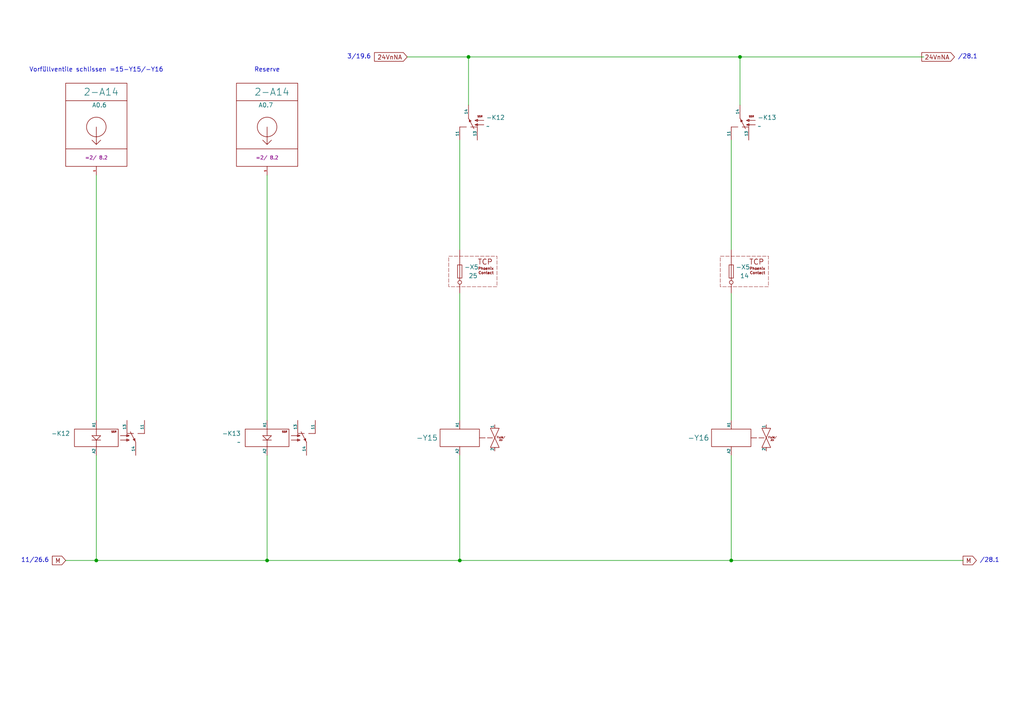
<source format=kicad_sch>
(kicad_sch (version 20250114) (generator "eeschema") (generator_version "9.0")
  (paper "A4")
  (title_block (comment 4 "15"))
  (lib_symbols
    (symbol "TCP_(X)_1" (pin_numbers (hide yes)) (pin_names (offset 0) (hide yes))
      (property "Reference" "-X" (at -9.398 7.366 0))
      (symbol "TCP_(X)_1_0_1"
        (polyline (pts (xy -3.81 -5.334) (xy -3.81 -3.81)))
      )
      (symbol "TCP_(X)_1_1_1"
        (rectangle (start -6.985 4.445) (end 6.985 -4.445) (stroke (width 0.1016) (type dash)))
        (rectangle (start -4.445 1.905) (end -3.175 -1.905))
        (circle (center -3.8101 -3.155) (radius 0.5341))
        (polyline (pts (xy -3.81 5.08) (xy -3.81 -2.54)))
        (text "TCP" (at 3.556 2.794 0) (effects (font (size 1.524 1.524))))
        (text "Phoenix\nContact" (at 6.096 0.254 0) (effects (font (size 0.762 0.762)) (justify right)))
        (pin passive line (at -3.81 6.35 270) (length 1.27) (name "") (number ""))
        (pin passive line (at -3.81 -6.35 90) (length 1.016) (name ".") (number ""))
      )
    )
    (symbol "lomix-industrietechnik-wasserhydraulik:Ventil_(Y)" (pin_numbers (hide yes)) (pin_names (offset 0))
      (property "Reference" "-Y" (at -8.636 4.064 0))
      (symbol "Ventil_(Y)_0_1"
        (rectangle (start -5.715 2.54) (end 5.715 -2.54))
      )
      (symbol "Ventil_(Y)_1_1"
        (polyline (pts (xy 5.715 0) (xy 9.525 0)) (stroke (width 0) (type dash)))
        (polyline (pts (xy 10.16 0) (xy 8.8899 -2.7939) (xy 11.4299 -2.7939) (xy 10.16 0) (xy 8.89 2.794) (xy 11.43 2.794) (xy 10.16 0)))
        (text "Fluid/\nAir" (at 11.938 -0.254 0) (effects (font (size 0.508 0.508))))
        (pin passive line (at 0 5.08 270) (length 2.54) (name "A1") (number "A1"))
        (pin passive line (at 0 -5.08 90) (length 2.54) (name "A2") (number "A2"))
        (pin passive line (at 10.16 3.81 270) (length 1.016) (name "1") (number "1"))
        (pin passive line (at 10.16 -3.81 90) (length 1.016) (name "2") (number "2"))
      )
    )
    (symbol "standart:PLC_OUT_(A)" (on_board no)
      (property "Reference" "-A" (at -6.35 10.16 0))
      (property "Target" "=Gruppe/ Seite.Pfad" (at 0 -8.89 0))
      (symbol "PLC_OUT_(A)_0_1"
        (rectangle (start -8.89 12.7) (end 8.89 -11.43))
        (polyline (pts (xy -8.89 7.62) (xy 8.89 7.62)))
        (polyline (pts (xy -8.89 -6.35) (xy 8.89 -6.35)))
        (polyline (pts (xy 0 0) (xy 0 -5.08) (xy 1.27 -3.81) (xy 0 -5.08) (xy -1.27 -3.81)))
        (circle (center 0 0) (radius 2.8398))
      )
      (symbol "PLC_OUT_(A)_1_1"
        (pin output line (at 0 -13.97 90) (length 2.54) (name "") (number "1"))
      )
    )
    (symbol "standart:Relais_(K)_PLC_13-14" (pin_numbers (hide yes)) (pin_names (offset 0))
      (property "Reference" "-K" (at -8.89 5.588 0))
      (symbol "Relais_(K)_PLC_13-14_0_1"
        (polyline (pts (xy -4.445 0.635) (xy -1.905 0.635)))
        (polyline (pts (xy -4.445 -0.635) (xy -1.905 -0.635)))
        (polyline (pts (xy -2.54 1.27) (xy -0.635 1.27)))
        (polyline (pts (xy 0 1.27) (xy 0 1.27)))
        (polyline (pts (xy 0 -1.27) (xy -1.5826 1.7804)))
        (polyline (pts (xy 2.54 1.27) (xy 0.596 1.27)))
      )
      (symbol "Relais_(K)_PLC_13-14_1_1"
        (polyline (pts (xy -1.905 0.635) (xy -2.6445 0.9803) (xy -2.6459 0.2881) (xy -1.905 0.635)) (fill (type color)))
        (polyline (pts (xy -1.905 -0.635) (xy -2.6445 -0.2897) (xy -2.6459 -0.9819) (xy -1.905 -0.635)) (fill (type color)))
        (polyline (pts (xy -0.2186 -0.8329) (xy -0.2186 -0.1979) (xy -0.765 -0.4941) (xy -0.2186 -0.8329)) (fill (type color)))
        (text "SSR" (at -3.302 -1.778 0) (effects (font (size 0.508 0.508))))
        (pin passive line (at -2.54 5.08 270) (length 3.81) (name "13") (number "13"))
        (pin passive line (at 0 -5.08 90) (length 3.81) (name "14") (number "14"))
        (pin passive line (at 2.54 5.08 270) (length 3.81) (name "11") (number "11"))
      )
    )
    (symbol "standart:Relais_(K)_PLC_A1-A2+13-14" (pin_numbers (hide yes)) (pin_names (offset 0))
      (property "Reference" "-K" (at -8.89 5.334 0))
      (symbol "Relais_(K)_PLC_A1-A2+13-14_0_1"
        (rectangle (start -6.35 2.54) (end 6.35 -2.54))
        (polyline (pts (xy 6.985 0.635) (xy 9.525 0.635)))
        (polyline (pts (xy 6.985 -0.635) (xy 9.525 -0.635)))
        (polyline (pts (xy 8.89 1.27) (xy 10.795 1.27)))
        (polyline (pts (xy 11.43 1.27) (xy 11.43 1.27)))
        (polyline (pts (xy 11.43 -1.27) (xy 9.8474 1.7804)))
        (polyline (pts (xy 13.97 1.27) (xy 12.026 1.27)))
      )
      (symbol "Relais_(K)_PLC_A1-A2+13-14_1_1"
        (polyline (pts (xy -1.27 0.635) (xy 1.27 0.635) (xy 0 -0.635) (xy -1.27 0.635)))
        (polyline (pts (xy -1.27 -0.635) (xy 1.27 -0.635)))
        (polyline (pts (xy 0 0.635) (xy 0 2.54)))
        (polyline (pts (xy 0 -2.54) (xy 0 -0.635)))
        (polyline (pts (xy 9.525 0.635) (xy 8.7855 0.9803) (xy 8.7841 0.2881) (xy 9.525 0.635)) (fill (type color)))
        (polyline (pts (xy 9.525 -0.635) (xy 8.7855 -0.2897) (xy 8.7841 -0.9819) (xy 9.525 -0.635)) (fill (type color)))
        (polyline (pts (xy 11.2114 -0.8329) (xy 11.2114 -0.1979) (xy 10.665 -0.4941) (xy 11.2114 -0.8329)) (fill (type color)))
        (text "SSR" (at 5.08 1.778 0) (effects (font (size 0.508 0.508))))
        (pin passive line (at 0 5.08 270) (length 2.54) (name "A1") (number "A1"))
        (pin passive line (at 0 -5.08 90) (length 2.54) (name "A2") (number "A2"))
        (pin passive line (at 8.89 5.08 270) (length 3.81) (name "13") (number "13"))
        (pin passive line (at 11.43 -5.08 90) (length 3.81) (name "14") (number "14"))
        (pin passive line (at 13.97 5.08 270) (length 3.81) (name "11") (number "11"))
      )
    )
    (symbol "standart:TCP_(X)" (pin_numbers (hide yes)) (pin_names (offset 0) (hide yes))
      (property "Reference" "-X" (at -9.398 7.366 0))
      (symbol "TCP_(X)_0_1"
        (polyline (pts (xy -3.81 -5.334) (xy -3.81 -3.81)))
      )
      (symbol "TCP_(X)_1_1"
        (rectangle (start -6.985 4.445) (end 6.985 -4.445) (stroke (width 0.1016) (type dash)))
        (rectangle (start -4.445 1.905) (end -3.175 -1.905))
        (circle (center -3.8101 -3.155) (radius 0.5341))
        (polyline (pts (xy -3.81 5.08) (xy -3.81 -2.54)))
        (text "TCP" (at 3.556 2.794 0) (effects (font (size 1.524 1.524))))
        (text "Phoenix\nContact" (at 6.096 0.254 0) (effects (font (size 0.762 0.762)) (justify right)))
        (pin passive line (at -3.81 6.35 270) (length 1.27) (name "") (number ""))
        (pin passive line (at -3.81 -6.35 90) (length 1.016) (name ".") (number ""))
      )
    )
  )
  (text "/28.1" (at 287.02 162.56 0) (effects (font (size 1.27 1.27))))
  (text "Vorfüllventile schlissen =15-Y15/-Y16" (at 27.94 20.32 0) (effects (font (size 1.27 1.27))))
  (text "11/26.6" (at 10.16 162.56 0) (effects (font (size 1.27 1.27))))
  (text "3/19.6" (at 104.14 16.51 0) (effects (font (size 1.27 1.27))))
  (text "Reserve" (at 77.47 20.32 0) (effects (font (size 1.27 1.27))))
  (text "/28.1" (at 280.67 16.51 0) (effects (font (size 1.27 1.27))))
  (junction (at 214.63 16.51))
  (junction (at 27.94 162.56))
  (junction (at 135.89 16.51))
  (junction (at 212.09 162.56))
  (junction (at 77.47 162.56))
  (junction (at 133.35 162.56))
  (wire (pts (xy 77.47 132.08) (xy 77.47 162.56)))
  (wire (pts (xy 212.09 162.56) (xy 279.4 162.56)))
  (wire (pts (xy 214.63 16.51) (xy 214.63 30.48)))
  (wire (pts (xy 212.09 40.64) (xy 212.09 72.39)))
  (wire (pts (xy 133.35 162.56) (xy 212.09 162.56)))
  (wire (pts (xy 133.35 132.08) (xy 133.35 162.56)))
  (wire (pts (xy 77.47 162.56) (xy 133.35 162.56)))
  (wire (pts (xy 77.47 50.8) (xy 77.47 121.92)))
  (wire (pts (xy 135.89 16.51) (xy 214.63 16.51)))
  (wire (pts (xy 214.63 16.51) (xy 267.97 16.51)))
  (wire (pts (xy 118.11 16.51) (xy 135.89 16.51)))
  (wire (pts (xy 27.94 162.56) (xy 77.47 162.56)))
  (wire (pts (xy 27.94 132.08) (xy 27.94 162.56)))
  (wire (pts (xy 133.35 40.64) (xy 133.35 72.39)))
  (wire (pts (xy 212.09 132.08) (xy 212.09 162.56)))
  (wire (pts (xy 133.35 85.09) (xy 133.35 121.92)))
  (wire (pts (xy 135.89 16.51) (xy 135.89 30.48)))
  (wire (pts (xy 212.09 85.09) (xy 212.09 121.92)))
  (wire (pts (xy 19.05 162.56) (xy 27.94 162.56)))
  (wire (pts (xy 27.94 50.8) (xy 27.94 121.92)))
  (global_label "24VnNA" (shape input) (at 276.86 16.51 180) (property "Intersheetrefs" "${INTERSHEET_REFS}" (effects (hide yes))))
  (global_label "24VnNA" (shape input) (at 118.11 16.51 180) (property "Intersheetrefs" "${INTERSHEET_REFS}" (effects (hide yes))))
  (global_label "M" (shape input) (at 19.05 162.56 180) (property "Intersheetrefs" "${INTERSHEET_REFS}" (effects (hide yes))))
  (global_label "M" (shape input) (at 283.21 162.56 180) (property "Intersheetrefs" "${INTERSHEET_REFS}" (effects (hide yes))))
  (symbol (lib_id "standart:TCP_(X)") (at 137.16 78.74 0) (unit 1)
    (property "Reference" "-X5" (at 134.62 77.47 0) (effects (justify left)))
    (property "Value" "25" (at 135.89 80.01 0) (effects (justify left)))
  )
  (symbol (lib_id "lomix-industrietechnik-wasserhydraulik:Ventil_(Y)") (at 212.09 127 0) (unit 1)
    (property "Reference" "-Y16" (at 199.39 127 0) (effects (font (size 1.524 1.524)) (justify left)))
    (property "Description" "Elektromagnetisches Ventil für Hydraulik und Pneumatik" (effects (hide yes)))
  )
  (symbol (lib_id "standart:PLC_OUT_(A)") (at 27.94 36.83 0) (unit 1) (on_board no)
    (property "Reference" "2-A14" (at 24.13 26.67 0) (effects (font (size 2.032 2.032)) (justify left)))
    (property "Value" "A0.6" (at 26.67 30.48 0) (effects (justify left)))
    (property "Target" "=2/ 8.2" (at 27.94 45.72 0) (effects (font (size 1.016 1.016))))
  )
  (symbol (lib_id "standart:Relais_(K)_PLC_13-14") (at 214.63 35.56 180) (unit 1)
    (property "Reference" "-K13" (at 219.71 34.0867 0) (effects (justify right)))
    (property "Value" "~" (at 219.71 36.6267 0) (effects (justify right)))
  )
  (symbol (lib_name "TCP_(X)_1") (lib_id "standart:TCP_(X)") (at 215.9 78.74 0) (unit 1)
    (property "Reference" "-X5" (at 213.36 77.47 0) (effects (justify left)))
    (property "Value" "14" (at 214.63 80.01 0) (effects (justify left)))
  )
  (symbol (lib_id "standart:Relais_(K)_PLC_A1-A2+13-14") (at 77.47 127 0) (unit 1)
    (property "Reference" "-K13" (at 69.85 125.7299 0) (effects (justify right)))
    (property "Value" "~" (at 69.85 128.2699 0) (effects (justify right)))
  )
  (symbol (lib_id "lomix-industrietechnik-wasserhydraulik:Ventil_(Y)") (at 133.35 127 0) (unit 1)
    (property "Reference" "-Y15" (at 120.65 127 0) (effects (font (size 1.524 1.524)) (justify left)))
    (property "Description" "Elektromagnetisches Ventil für Hydraulik und Pneumatik" (effects (hide yes)))
  )
  (symbol (lib_id "standart:Relais_(K)_PLC_A1-A2+13-14") (at 27.94 127 0) (unit 1)
    (property "Reference" "-K12" (at 20.32 125.7299 0) (effects (justify right)))
  )
  (symbol (lib_id "standart:Relais_(K)_PLC_13-14") (at 135.89 35.56 180) (unit 1)
    (property "Reference" "-K12" (at 140.97 34.0867 0) (effects (justify right)))
    (property "Value" "~" (at 140.97 36.6267 0) (effects (justify right)))
  )
  (symbol (lib_id "standart:PLC_OUT_(A)") (at 77.47 36.83 0) (unit 1) (on_board no)
    (property "Reference" "2-A14" (at 73.66 26.67 0) (effects (font (size 2.032 2.032)) (justify left)))
    (property "Value" "A0.7" (at 74.93 30.48 0) (effects (justify left)))
    (property "Target" "=2/ 8.2" (at 77.47 45.72 0) (effects (font (size 1.016 1.016))))
  )
  (sheet (at 317.5 0) (size 326.39 210.82) (stroke (width 0.1524))
    (property "Sheetname" "lni´s vorfüllventile" (at 317.5 -0.7116 0) (effects (justify left bottom)))
    (property "Sheetfile" "lni´s vorfüllventile.kicad_sch" (at 317.5 211.4046 0) (effects (justify left top)))
  )
)
</source>
